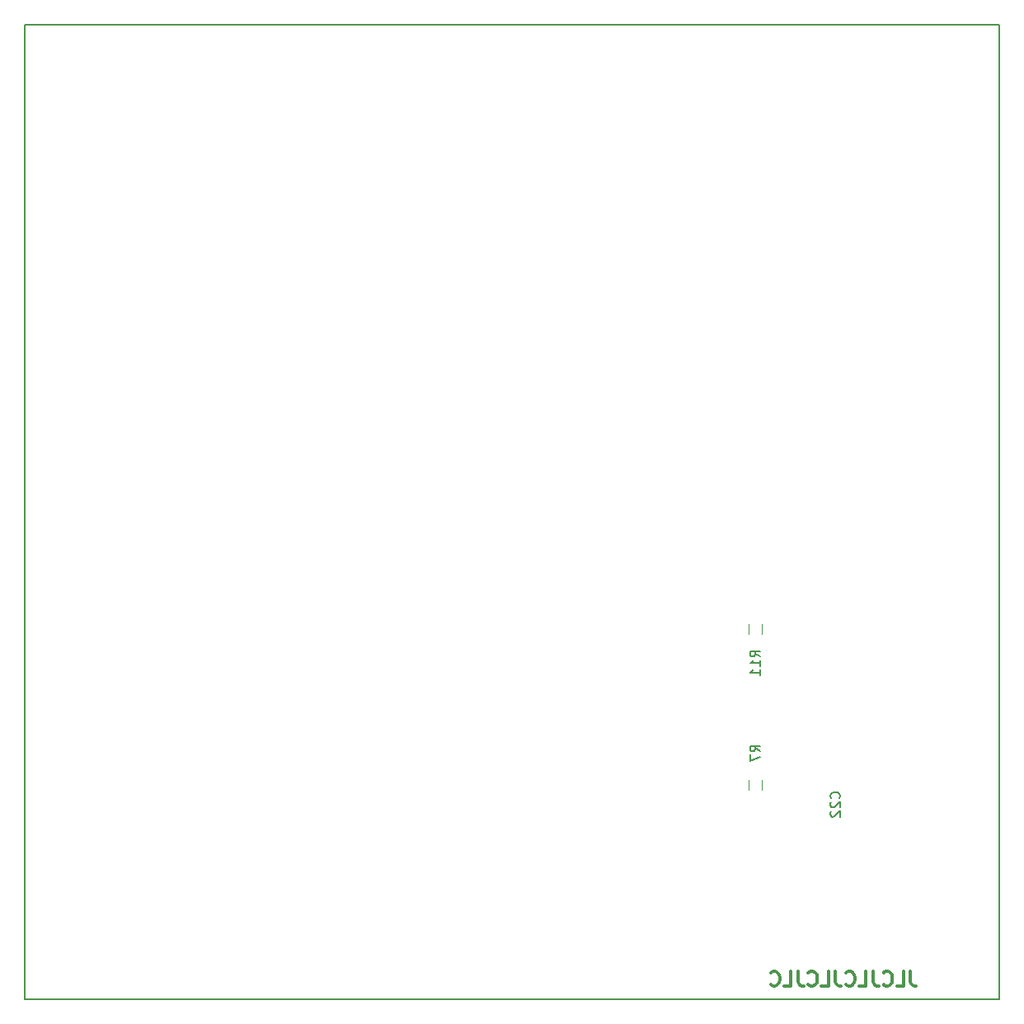
<source format=gbr>
%TF.GenerationSoftware,KiCad,Pcbnew,4.0.7*%
%TF.CreationDate,2021-06-18T00:58:30+09:00*%
%TF.ProjectId,NuTube_MUSES_AMP_PCB_v2,4E75547562655F4D555345535F414D50,rev?*%
%TF.FileFunction,Legend,Bot*%
%FSLAX46Y46*%
G04 Gerber Fmt 4.6, Leading zero omitted, Abs format (unit mm)*
G04 Created by KiCad (PCBNEW 4.0.7) date 06/18/21 00:58:30*
%MOMM*%
%LPD*%
G01*
G04 APERTURE LIST*
%ADD10C,0.100000*%
%ADD11C,0.300000*%
%ADD12C,0.150000*%
%ADD13C,0.120000*%
G04 APERTURE END LIST*
D10*
D11*
X132928572Y-127178571D02*
X132928572Y-128250000D01*
X133000000Y-128464286D01*
X133142857Y-128607143D01*
X133357143Y-128678571D01*
X133500000Y-128678571D01*
X131500000Y-128678571D02*
X132214286Y-128678571D01*
X132214286Y-127178571D01*
X130142857Y-128535714D02*
X130214286Y-128607143D01*
X130428572Y-128678571D01*
X130571429Y-128678571D01*
X130785714Y-128607143D01*
X130928572Y-128464286D01*
X131000000Y-128321429D01*
X131071429Y-128035714D01*
X131071429Y-127821429D01*
X131000000Y-127535714D01*
X130928572Y-127392857D01*
X130785714Y-127250000D01*
X130571429Y-127178571D01*
X130428572Y-127178571D01*
X130214286Y-127250000D01*
X130142857Y-127321429D01*
X129071429Y-127178571D02*
X129071429Y-128250000D01*
X129142857Y-128464286D01*
X129285714Y-128607143D01*
X129500000Y-128678571D01*
X129642857Y-128678571D01*
X127642857Y-128678571D02*
X128357143Y-128678571D01*
X128357143Y-127178571D01*
X126285714Y-128535714D02*
X126357143Y-128607143D01*
X126571429Y-128678571D01*
X126714286Y-128678571D01*
X126928571Y-128607143D01*
X127071429Y-128464286D01*
X127142857Y-128321429D01*
X127214286Y-128035714D01*
X127214286Y-127821429D01*
X127142857Y-127535714D01*
X127071429Y-127392857D01*
X126928571Y-127250000D01*
X126714286Y-127178571D01*
X126571429Y-127178571D01*
X126357143Y-127250000D01*
X126285714Y-127321429D01*
X125214286Y-127178571D02*
X125214286Y-128250000D01*
X125285714Y-128464286D01*
X125428571Y-128607143D01*
X125642857Y-128678571D01*
X125785714Y-128678571D01*
X123785714Y-128678571D02*
X124500000Y-128678571D01*
X124500000Y-127178571D01*
X122428571Y-128535714D02*
X122500000Y-128607143D01*
X122714286Y-128678571D01*
X122857143Y-128678571D01*
X123071428Y-128607143D01*
X123214286Y-128464286D01*
X123285714Y-128321429D01*
X123357143Y-128035714D01*
X123357143Y-127821429D01*
X123285714Y-127535714D01*
X123214286Y-127392857D01*
X123071428Y-127250000D01*
X122857143Y-127178571D01*
X122714286Y-127178571D01*
X122500000Y-127250000D01*
X122428571Y-127321429D01*
X121357143Y-127178571D02*
X121357143Y-128250000D01*
X121428571Y-128464286D01*
X121571428Y-128607143D01*
X121785714Y-128678571D01*
X121928571Y-128678571D01*
X119928571Y-128678571D02*
X120642857Y-128678571D01*
X120642857Y-127178571D01*
X118571428Y-128535714D02*
X118642857Y-128607143D01*
X118857143Y-128678571D01*
X119000000Y-128678571D01*
X119214285Y-128607143D01*
X119357143Y-128464286D01*
X119428571Y-128321429D01*
X119500000Y-128035714D01*
X119500000Y-127821429D01*
X119428571Y-127535714D01*
X119357143Y-127392857D01*
X119214285Y-127250000D01*
X119000000Y-127178571D01*
X118857143Y-127178571D01*
X118642857Y-127250000D01*
X118571428Y-127321429D01*
D12*
X142000000Y-130000000D02*
X42000000Y-130000000D01*
X142000000Y-30000000D02*
X142000000Y-130000000D01*
X142000000Y-30000000D02*
X42000000Y-30000000D01*
X42000000Y-30000000D02*
X142000000Y-30000000D01*
X42000000Y-130000000D02*
X42000000Y-30000000D01*
D13*
X117680000Y-108500000D02*
X117680000Y-107500000D01*
X116320000Y-107500000D02*
X116320000Y-108500000D01*
X116320000Y-91500000D02*
X116320000Y-92500000D01*
X117680000Y-92500000D02*
X117680000Y-91500000D01*
D12*
X125579443Y-109389943D02*
X125627062Y-109342324D01*
X125674681Y-109199467D01*
X125674681Y-109104229D01*
X125627062Y-108961371D01*
X125531824Y-108866133D01*
X125436586Y-108818514D01*
X125246110Y-108770895D01*
X125103252Y-108770895D01*
X124912776Y-108818514D01*
X124817538Y-108866133D01*
X124722300Y-108961371D01*
X124674681Y-109104229D01*
X124674681Y-109199467D01*
X124722300Y-109342324D01*
X124769919Y-109389943D01*
X124769919Y-109770895D02*
X124722300Y-109818514D01*
X124674681Y-109913752D01*
X124674681Y-110151848D01*
X124722300Y-110247086D01*
X124769919Y-110294705D01*
X124865157Y-110342324D01*
X124960395Y-110342324D01*
X125103252Y-110294705D01*
X125674681Y-109723276D01*
X125674681Y-110342324D01*
X124769919Y-110723276D02*
X124722300Y-110770895D01*
X124674681Y-110866133D01*
X124674681Y-111104229D01*
X124722300Y-111199467D01*
X124769919Y-111247086D01*
X124865157Y-111294705D01*
X124960395Y-111294705D01*
X125103252Y-111247086D01*
X125674681Y-110675657D01*
X125674681Y-111294705D01*
X117452381Y-104583334D02*
X116976190Y-104250000D01*
X117452381Y-104011905D02*
X116452381Y-104011905D01*
X116452381Y-104392858D01*
X116500000Y-104488096D01*
X116547619Y-104535715D01*
X116642857Y-104583334D01*
X116785714Y-104583334D01*
X116880952Y-104535715D01*
X116928571Y-104488096D01*
X116976190Y-104392858D01*
X116976190Y-104011905D01*
X116452381Y-104916667D02*
X116452381Y-105583334D01*
X117452381Y-105154762D01*
X117452381Y-94857143D02*
X116976190Y-94523809D01*
X117452381Y-94285714D02*
X116452381Y-94285714D01*
X116452381Y-94666667D01*
X116500000Y-94761905D01*
X116547619Y-94809524D01*
X116642857Y-94857143D01*
X116785714Y-94857143D01*
X116880952Y-94809524D01*
X116928571Y-94761905D01*
X116976190Y-94666667D01*
X116976190Y-94285714D01*
X117452381Y-95809524D02*
X117452381Y-95238095D01*
X117452381Y-95523809D02*
X116452381Y-95523809D01*
X116595238Y-95428571D01*
X116690476Y-95333333D01*
X116738095Y-95238095D01*
X117452381Y-96761905D02*
X117452381Y-96190476D01*
X117452381Y-96476190D02*
X116452381Y-96476190D01*
X116595238Y-96380952D01*
X116690476Y-96285714D01*
X116738095Y-96190476D01*
M02*

</source>
